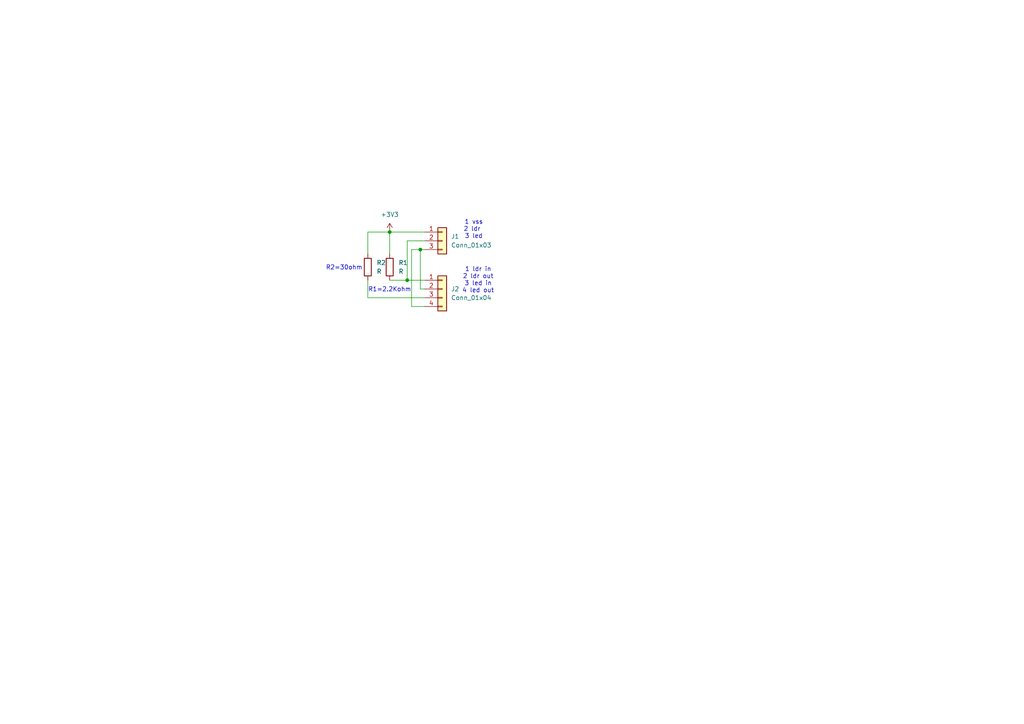
<source format=kicad_sch>
(kicad_sch (version 20231120) (generator "eeschema") (generator_version "8.0")
  (paper "A4")
  (lib_symbols
    (symbol "Connector_Generic:Conn_01x03" (pin_names (offset 1.016) hide)
      (property "Reference" "J" (at 0 5.08 0))
      (property "Value" "Conn_01x03" (at 0 -5.08 0))
      (symbol "Conn_01x03_1_1"
        (rectangle (start -1.27 -2.413) (end 0 -2.667) (stroke (width 0.1524)))
        (rectangle (start -1.27 0.127) (end 0 -0.127) (stroke (width 0.1524)))
        (rectangle (start -1.27 2.667) (end 0 2.413) (stroke (width 0.1524)))
        (rectangle (start -1.27 3.81) (end 1.27 -3.81) (stroke (width 0.254)) (fill (type background)))
        (pin passive line (at -5.08 2.54 0) (length 3.81) (name "Pin_1") (number "1"))
        (pin passive line (at -5.08 0 0) (length 3.81) (name "Pin_2") (number "2"))
        (pin passive line (at -5.08 -2.54 0) (length 3.81) (name "Pin_3") (number "3"))
      )
    )
    (symbol "Connector_Generic:Conn_01x04" (pin_names (offset 1.016) hide)
      (property "Reference" "J" (at 0 5.08 0))
      (property "Value" "Conn_01x04" (at 0 -7.62 0))
      (symbol "Conn_01x04_1_1"
        (rectangle (start -1.27 -4.953) (end 0 -5.207) (stroke (width 0.1524)))
        (rectangle (start -1.27 -2.413) (end 0 -2.667) (stroke (width 0.1524)))
        (rectangle (start -1.27 0.127) (end 0 -0.127) (stroke (width 0.1524)))
        (rectangle (start -1.27 2.667) (end 0 2.413) (stroke (width 0.1524)))
        (rectangle (start -1.27 3.81) (end 1.27 -6.35) (stroke (width 0.254)) (fill (type background)))
        (pin passive line (at -5.08 2.54 0) (length 3.81) (name "Pin_1") (number "1"))
        (pin passive line (at -5.08 0 0) (length 3.81) (name "Pin_2") (number "2"))
        (pin passive line (at -5.08 -2.54 0) (length 3.81) (name "Pin_3") (number "3"))
        (pin passive line (at -5.08 -5.08 0) (length 3.81) (name "Pin_4") (number "4"))
      )
    )
    (symbol "Device:R" (pin_numbers hide) (pin_names (offset 0))
      (property "Reference" "R" (at 2.032 0 90))
      (property "Value" "R" (at 0 0 90))
      (symbol "R_0_1"
        (rectangle (start -1.016 -2.54) (end 1.016 2.54) (stroke (width 0.254)))
      )
      (symbol "R_1_1"
        (pin passive line (at 0 3.81 270) (length 1.27) (name "~") (number "1"))
        (pin passive line (at 0 -3.81 90) (length 1.27) (name "~") (number "2"))
      )
    )
    (symbol "power:+3V3" (power) (pin_numbers hide) (pin_names (offset 0) hide)
      (property "Value" "+3V3" (at 0 3.556 0))
      (symbol "+3V3_0_1"
        (polyline (pts (xy -0.762 1.27) (xy 0 2.54)))
        (polyline (pts (xy 0 0) (xy 0 2.54)))
        (polyline (pts (xy 0 2.54) (xy 0.762 1.27)))
      )
      (symbol "+3V3_1_1"
        (pin power_in line (at 0 0 90) (length 0) (name "~") (number "1"))
      )
    )
  )
  (junction (at 121.92 72.39))
  (junction (at 118.11 81.28))
  (junction (at 113.03 67.31))
  (wire (pts (xy 121.92 72.39) (xy 121.92 83.82)))
  (wire (pts (xy 113.03 67.31) (xy 123.19 67.31)))
  (wire (pts (xy 106.68 86.36) (xy 123.19 86.36)))
  (wire (pts (xy 118.11 69.85) (xy 118.11 81.28)))
  (wire (pts (xy 119.38 88.9) (xy 119.38 72.39)))
  (wire (pts (xy 121.92 72.39) (xy 123.19 72.39)))
  (wire (pts (xy 106.68 81.28) (xy 106.68 86.36)))
  (wire (pts (xy 106.68 73.66) (xy 106.68 67.31)))
  (wire (pts (xy 119.38 72.39) (xy 121.92 72.39)))
  (wire (pts (xy 123.19 83.82) (xy 121.92 83.82)))
  (wire (pts (xy 113.03 81.28) (xy 118.11 81.28)))
  (wire (pts (xy 123.19 88.9) (xy 119.38 88.9)))
  (wire (pts (xy 113.03 67.31) (xy 113.03 73.66)))
  (wire (pts (xy 106.68 67.31) (xy 113.03 67.31)))
  (wire (pts (xy 118.11 69.85) (xy 123.19 69.85)))
  (wire (pts (xy 118.11 81.28) (xy 123.19 81.28)))
  (text "R2=30ohm" (at 99.822 77.724 0) (effects (font (size 1.27 1.27))))
  (text "1 ldr in\n2 ldr out\n3 led in\n4 led out" (at 138.684 81.28 0) (effects (font (size 1.27 1.27))))
  (text "1 vss\n2 ldr \n3 led" (at 137.414 66.548 0) (effects (font (size 1.27 1.27))))
  (text "R1=2.2Kohm" (at 113.03 84.074 0) (effects (font (size 1.27 1.27))))
  (symbol (lib_id "Connector_Generic:Conn_01x04") (at 128.27 83.82 0) (unit 1)
    (property "Reference" "J2" (at 130.81 83.8199 0) (effects (justify left)))
    (property "Value" "Conn_01x04" (at 130.81 86.3599 0) (effects (justify left)))
    (property "Description" "Generic connector, single row, 01x04, script generated (kicad-library-utils/schlib/autogen/connector/)" (effects (hide yes)))
  )
  (symbol (lib_id "power:+3V3") (at 113.03 67.31 0) (unit 1)
    (property "Reference" "#PWR01" (effects (hide yes)))
    (property "Value" "+3V3" (at 113.03 62.23 0))
    (property "Description" "Power symbol creates a global label with name \"+3V3\"" (effects (hide yes)))
  )
  (symbol (lib_id "Device:R") (at 106.68 77.47 0) (unit 1)
    (property "Reference" "R2" (at 109.22 76.1999 0) (effects (justify left)))
    (property "Value" "R" (at 109.22 78.7399 0) (effects (justify left)))
    (property "Description" "Resistor" (effects (hide yes)))
  )
  (symbol (lib_id "Device:R") (at 113.03 77.47 0) (unit 1)
    (property "Reference" "R1" (at 115.57 76.1999 0) (effects (justify left)))
    (property "Value" "R" (at 115.57 78.7399 0) (effects (justify left)))
    (property "Description" "Resistor" (effects (hide yes)))
  )
  (symbol (lib_id "Connector_Generic:Conn_01x03") (at 128.27 69.85 0) (unit 1)
    (property "Reference" "J1" (at 130.81 68.5799 0) (effects (justify left)))
    (property "Value" "Conn_01x03" (at 130.81 71.1199 0) (effects (justify left)))
    (property "Description" "Generic connector, single row, 01x03, script generated (kicad-library-utils/schlib/autogen/connector/)" (effects (hide yes)))
  )
)
</source>
